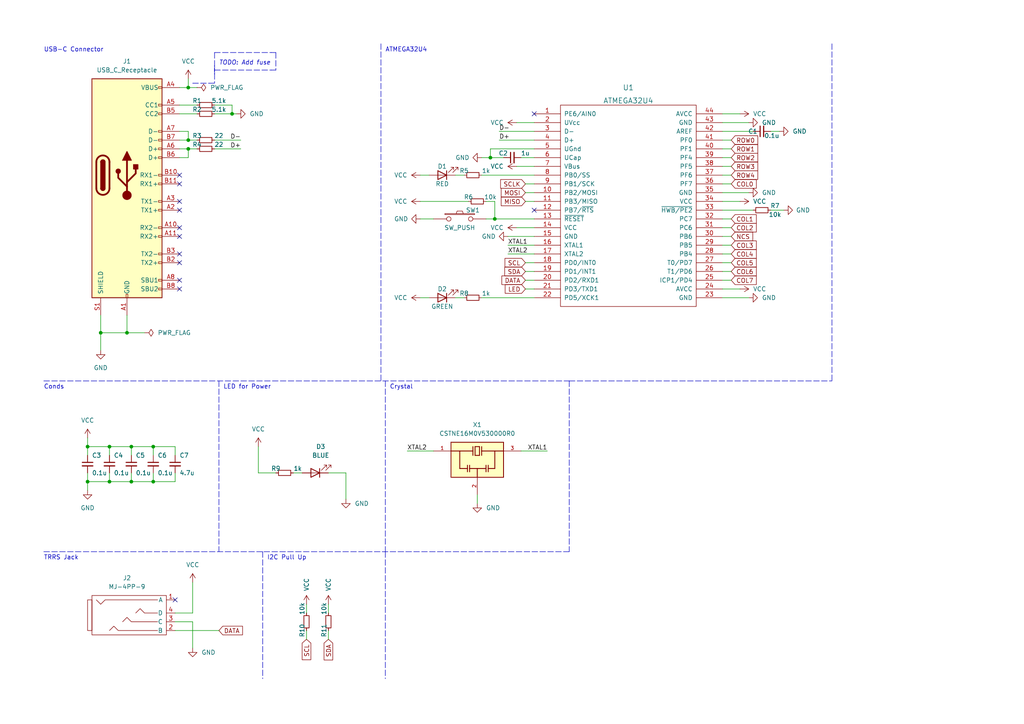
<source format=kicad_sch>
(kicad_sch (version 20211123) (generator eeschema)
  (paper "A4")
  (lib_symbols
    (symbol "Connector:USB_C_Receptacle" (pin_names (offset 1.016))
      (property "Reference" "J" (at -10.16 29.21 0))
      (property "Value" "USB_C_Receptacle" (at 10.16 29.21 0))
      (symbol "USB_C_Receptacle_0_0"
        (rectangle (start -0.254 -35.56) (end 0.254 -34.544))
        (rectangle (start 10.16 -32.766) (end 9.144 -33.274))
        (rectangle (start 10.16 -30.226) (end 9.144 -30.734))
        (rectangle (start 10.16 -25.146) (end 9.144 -25.654))
        (rectangle (start 10.16 -22.606) (end 9.144 -23.114))
        (rectangle (start 10.16 -17.526) (end 9.144 -18.034))
        (rectangle (start 10.16 -14.986) (end 9.144 -15.494))
        (rectangle (start 10.16 -9.906) (end 9.144 -10.414))
        (rectangle (start 10.16 -7.366) (end 9.144 -7.874))
        (rectangle (start 10.16 -2.286) (end 9.144 -2.794))
        (rectangle (start 10.16 0.254) (end 9.144 -0.254))
        (rectangle (start 10.16 5.334) (end 9.144 4.826))
        (rectangle (start 10.16 7.874) (end 9.144 7.366))
        (rectangle (start 10.16 10.414) (end 9.144 9.906))
        (rectangle (start 10.16 12.954) (end 9.144 12.446))
        (rectangle (start 10.16 18.034) (end 9.144 17.526))
        (rectangle (start 10.16 20.574) (end 9.144 20.066))
        (rectangle (start 10.16 25.654) (end 9.144 25.146))
      )
      (symbol "USB_C_Receptacle_0_1"
        (rectangle (start -10.16 27.94) (end 10.16 -35.56) (stroke (width 0.254)) (fill (type background)))
        (arc (start -8.89 -3.81) (mid -6.985 -5.715) (end -5.08 -3.81) (stroke (width 0.508)))
        (arc (start -7.62 -3.81) (mid -6.985 -4.445) (end -6.35 -3.81) (stroke (width 0.254)))
        (arc (start -7.62 -3.81) (mid -6.985 -4.445) (end -6.35 -3.81) (stroke (width 0.254)) (fill (type outline)))
        (rectangle (start -7.62 -3.81) (end -6.35 3.81) (stroke (width 0.254)) (fill (type outline)))
        (arc (start -6.35 3.81) (mid -6.985 4.445) (end -7.62 3.81) (stroke (width 0.254)))
        (arc (start -6.35 3.81) (mid -6.985 4.445) (end -7.62 3.81) (stroke (width 0.254)) (fill (type outline)))
        (arc (start -5.08 3.81) (mid -6.985 5.715) (end -8.89 3.81) (stroke (width 0.508)))
        (polyline (pts (xy -8.89 -3.81) (xy -8.89 3.81)) (stroke (width 0.508)))
        (polyline (pts (xy -5.08 3.81) (xy -5.08 -3.81)) (stroke (width 0.508)))
      )
      (symbol "USB_C_Receptacle_1_1"
        (circle (center -2.54 1.143) (radius 0.635) (stroke (width 0.254)) (fill (type outline)))
        (circle (center 0 -5.842) (radius 1.27) (fill (type outline)))
        (polyline (pts (xy 0 -5.842) (xy 0 4.318)) (stroke (width 0.508)))
        (polyline (pts (xy 0 -3.302) (xy -2.54 -0.762) (xy -2.54 0.508)) (stroke (width 0.508)))
        (polyline (pts (xy 0 -2.032) (xy 2.54 0.508) (xy 2.54 1.778)) (stroke (width 0.508)))
        (polyline (pts (xy -1.27 4.318) (xy 0 6.858) (xy 1.27 4.318) (xy -1.27 4.318)) (stroke (width 0.254)) (fill (type outline)))
        (rectangle (start 1.905 1.778) (end 3.175 3.048) (stroke (width 0.254)) (fill (type outline)))
        (pin passive line (at 0 -40.64 90) (length 5.08) (name "GND") (number "A1"))
        (pin bidirectional line (at 15.24 -15.24 180) (length 5.08) (name "RX2-") (number "A10"))
        (pin bidirectional line (at 15.24 -17.78 180) (length 5.08) (name "RX2+") (number "A11"))
        (pin passive line (at 0 -40.64 90) (length 5.08) hide (name "GND") (number "A12"))
        (pin bidirectional line (at 15.24 -10.16 180) (length 5.08) (name "TX1+") (number "A2"))
        (pin bidirectional line (at 15.24 -7.62 180) (length 5.08) (name "TX1-") (number "A3"))
        (pin passive line (at 15.24 25.4 180) (length 5.08) (name "VBUS") (number "A4"))
        (pin bidirectional line (at 15.24 20.32 180) (length 5.08) (name "CC1") (number "A5"))
        (pin bidirectional line (at 15.24 7.62 180) (length 5.08) (name "D+") (number "A6"))
        (pin bidirectional line (at 15.24 12.7 180) (length 5.08) (name "D-") (number "A7"))
        (pin bidirectional line (at 15.24 -30.48 180) (length 5.08) (name "SBU1") (number "A8"))
        (pin passive line (at 15.24 25.4 180) (length 5.08) hide (name "VBUS") (number "A9"))
        (pin passive line (at 0 -40.64 90) (length 5.08) hide (name "GND") (number "B1"))
        (pin bidirectional line (at 15.24 0 180) (length 5.08) (name "RX1-") (number "B10"))
        (pin bidirectional line (at 15.24 -2.54 180) (length 5.08) (name "RX1+") (number "B11"))
        (pin passive line (at 0 -40.64 90) (length 5.08) hide (name "GND") (number "B12"))
        (pin bidirectional line (at 15.24 -25.4 180) (length 5.08) (name "TX2+") (number "B2"))
        (pin bidirectional line (at 15.24 -22.86 180) (length 5.08) (name "TX2-") (number "B3"))
        (pin passive line (at 15.24 25.4 180) (length 5.08) hide (name "VBUS") (number "B4"))
        (pin bidirectional line (at 15.24 17.78 180) (length 5.08) (name "CC2") (number "B5"))
        (pin bidirectional line (at 15.24 5.08 180) (length 5.08) (name "D+") (number "B6"))
        (pin bidirectional line (at 15.24 10.16 180) (length 5.08) (name "D-") (number "B7"))
        (pin bidirectional line (at 15.24 -33.02 180) (length 5.08) (name "SBU2") (number "B8"))
        (pin passive line (at 15.24 25.4 180) (length 5.08) hide (name "VBUS") (number "B9"))
        (pin passive line (at -7.62 -40.64 90) (length 5.08) (name "SHIELD") (number "S1"))
      )
    )
    (symbol "Device:C_Small" (pin_numbers hide) (pin_names (offset 0.254) hide)
      (property "Reference" "C" (at 0.254 1.778 0))
      (property "Value" "C_Small" (at 0.254 -2.032 0))
      (symbol "C_Small_0_1"
        (polyline (pts (xy -1.524 -0.508) (xy 1.524 -0.508)) (stroke (width 0.3302)))
        (polyline (pts (xy -1.524 0.508) (xy 1.524 0.508)) (stroke (width 0.3048)))
      )
      (symbol "C_Small_1_1"
        (pin passive line (at 0 2.54 270) (length 2.032) (name "~") (number "1"))
        (pin passive line (at 0 -2.54 90) (length 2.032) (name "~") (number "2"))
      )
    )
    (symbol "Device:LED" (pin_numbers hide) (pin_names (offset 1.016) hide)
      (property "Reference" "D" (at 0 2.54 0))
      (property "Value" "LED" (at 0 -2.54 0))
      (symbol "LED_0_1"
        (polyline (pts (xy -1.27 -1.27) (xy -1.27 1.27)) (stroke (width 0.254)))
        (polyline (pts (xy -1.27 0) (xy 1.27 0)))
        (polyline (pts (xy 1.27 -1.27) (xy 1.27 1.27) (xy -1.27 0) (xy 1.27 -1.27)) (stroke (width 0.254)))
        (polyline (pts (xy -3.048 -0.762) (xy -4.572 -2.286) (xy -3.81 -2.286) (xy -4.572 -2.286) (xy -4.572 -1.524)))
        (polyline (pts (xy -1.778 -0.762) (xy -3.302 -2.286) (xy -2.54 -2.286) (xy -3.302 -2.286) (xy -3.302 -1.524)))
      )
      (symbol "LED_1_1"
        (pin passive line (at -3.81 0 0) (length 2.54) (name "K") (number "1"))
        (pin passive line (at 3.81 0 180) (length 2.54) (name "A") (number "2"))
      )
    )
    (symbol "Device:R_Small" (pin_numbers hide) (pin_names (offset 0.254) hide)
      (property "Reference" "R" (at 0.762 0.508 0))
      (property "Value" "R_Small" (at 0.762 -1.016 0))
      (symbol "R_Small_0_1"
        (rectangle (start -0.762 1.778) (end 0.762 -1.778) (stroke (width 0.2032)))
      )
      (symbol "R_Small_1_1"
        (pin passive line (at 0 2.54 270) (length 0.762) (name "~") (number "1"))
        (pin passive line (at 0 -2.54 90) (length 0.762) (name "~") (number "2"))
      )
    )
    (symbol "HatsuLight69:CSTNE16M0V530000R0" (pin_names (offset 1.016))
      (property "Reference" "Y" (at -7.62 6.35 0))
      (property "Value" "CSTNE16M0V530000R0" (at 1.27 -6.35 0))
      (symbol "CSTNE16M0V530000R0_0_0"
        (rectangle (start -7.62 -5.08) (end 7.62 5.08) (stroke (width 0.254)) (fill (type background)))
        (polyline (pts (xy -7.62 2.54) (xy -5.08 2.54)) (stroke (width 0.254)))
        (polyline (pts (xy -5.08 -2.54) (xy -5.08 2.54)) (stroke (width 0.254)))
        (polyline (pts (xy -5.08 2.54) (xy -1.27 2.54)) (stroke (width 0.254)))
        (polyline (pts (xy -2.8575 -2.54) (xy -5.08 -2.54)) (stroke (width 0.254)))
        (polyline (pts (xy -2.8575 -2.54) (xy -2.8575 -3.4925)) (stroke (width 0.254)))
        (polyline (pts (xy -2.8575 -1.5875) (xy -2.8575 -2.54)) (stroke (width 0.254)))
        (polyline (pts (xy -2.2225 -2.54) (xy -2.2225 -3.4925)) (stroke (width 0.254)))
        (polyline (pts (xy -2.2225 -1.5875) (xy -2.2225 -2.54)) (stroke (width 0.254)))
        (polyline (pts (xy -1.27 2.54) (xy -1.27 1.27)) (stroke (width 0.254)))
        (polyline (pts (xy -1.27 3.81) (xy -1.27 2.54)) (stroke (width 0.254)))
        (polyline (pts (xy -0.635 1.27) (xy -0.635 3.81)) (stroke (width 0.254)))
        (polyline (pts (xy -0.635 3.81) (xy 0.635 3.81)) (stroke (width 0.254)))
        (polyline (pts (xy 0 -5.08) (xy 0 -2.54)) (stroke (width 0.254)))
        (polyline (pts (xy 0 -2.54) (xy -2.2225 -2.54)) (stroke (width 0.254)))
        (polyline (pts (xy 0 -2.54) (xy 2.54 -2.54)) (stroke (width 0.254)))
        (polyline (pts (xy 0.635 1.27) (xy -0.635 1.27)) (stroke (width 0.254)))
        (polyline (pts (xy 0.635 3.81) (xy 0.635 1.27)) (stroke (width 0.254)))
        (polyline (pts (xy 1.27 2.54) (xy 1.27 1.27)) (stroke (width 0.254)))
        (polyline (pts (xy 1.27 2.54) (xy 5.08 2.54)) (stroke (width 0.254)))
        (polyline (pts (xy 1.27 3.81) (xy 1.27 2.54)) (stroke (width 0.254)))
        (polyline (pts (xy 2.54 -2.54) (xy 2.54 -3.4925)) (stroke (width 0.254)))
        (polyline (pts (xy 2.54 -1.5875) (xy 2.54 -2.54)) (stroke (width 0.254)))
        (polyline (pts (xy 3.175 -2.54) (xy 3.175 -3.4925)) (stroke (width 0.254)))
        (polyline (pts (xy 3.175 -2.54) (xy 5.08 -2.54)) (stroke (width 0.254)))
        (polyline (pts (xy 3.175 -1.5875) (xy 3.175 -2.54)) (stroke (width 0.254)))
        (polyline (pts (xy 5.08 -2.54) (xy 5.08 2.54)) (stroke (width 0.254)))
        (polyline (pts (xy 5.08 2.54) (xy 7.62 2.54)) (stroke (width 0.254)))
        (pin input line (at -12.7 2.54 0) (length 5.08) (name "~") (number "1"))
        (pin power_in line (at 0 -10.16 90) (length 5.08) (name "~") (number "2"))
        (pin output line (at 12.7 2.54 180) (length 5.08) (name "~") (number "3"))
      )
    )
    (symbol "HatsuLight69:MJ-4PP-9" (pin_names (offset 1.016))
      (property "Reference" "J" (at 0 7.62 0))
      (property "Value" "MJ-4PP-9" (at 0 -8.89 0))
      (symbol "MJ-4PP-9_0_1"
        (rectangle (start -10.16 3.81) (end -11.43 -5.08))
        (polyline (pts (xy 8.89 -5.08) (xy -2.54 -5.08) (xy -3.81 -3.81) (xy -5.08 -5.08)))
        (polyline (pts (xy 8.89 -2.54) (xy 1.27 -2.54) (xy 0 -1.27) (xy -1.27 -2.54)))
        (polyline (pts (xy 8.89 0) (xy 5.08 0) (xy 3.81 1.27) (xy 2.54 0)))
        (polyline (pts (xy 8.89 3.81) (xy -6.35 3.81) (xy -7.62 2.54) (xy -8.89 3.81)))
        (rectangle (start 11.43 5.08) (end -10.16 -6.35))
      )
      (symbol "MJ-4PP-9_1_1"
        (pin input line (at 13.97 3.81 180) (length 2.54) (name "A") (number "1"))
        (pin input line (at 13.97 -5.08 180) (length 2.54) (name "B") (number "2"))
        (pin input line (at 13.97 -2.54 180) (length 2.54) (name "C") (number "3"))
        (pin input line (at 13.97 0 180) (length 2.54) (name "D") (number "4"))
      )
    )
    (symbol "keyboard_parts:ATMEGA32U4" (pin_names (offset 1.016))
      (property "Reference" "U" (at 0 -31.75 0))
      (property "Value" "ATMEGA32U4" (at 0 31.75 0))
      (symbol "ATMEGA32U4_0_1"
        (rectangle (start 20.32 29.21) (end -19.05 -29.21))
      )
      (symbol "ATMEGA32U4_1_1"
        (pin bidirectional line (at -26.67 26.67 0) (length 7.62) (name "PE6/AIN0") (number "1"))
        (pin bidirectional line (at -26.67 3.81 0) (length 7.62) (name "PB2/MOSI") (number "10"))
        (pin bidirectional line (at -26.67 1.27 0) (length 7.62) (name "PB3/MISO") (number "11"))
        (pin bidirectional line (at -26.67 -1.27 0) (length 7.62) (name "PB7/~{RTS}") (number "12"))
        (pin input line (at -26.67 -3.81 0) (length 7.62) (name "~{RESET}") (number "13"))
        (pin power_in line (at -26.67 -6.35 0) (length 7.62) (name "VCC") (number "14"))
        (pin power_in line (at -26.67 -8.89 0) (length 7.62) (name "GND") (number "15"))
        (pin input line (at -26.67 -11.43 0) (length 7.62) (name "XTAL1") (number "16"))
        (pin output line (at -26.67 -13.97 0) (length 7.62) (name "XTAL2") (number "17"))
        (pin bidirectional line (at -26.67 -16.51 0) (length 7.62) (name "PD0/INT0") (number "18"))
        (pin bidirectional line (at -26.67 -19.05 0) (length 7.62) (name "PD1/INT1") (number "19"))
        (pin power_in line (at -26.67 24.13 0) (length 7.62) (name "UVcc") (number "2"))
        (pin bidirectional line (at -26.67 -21.59 0) (length 7.62) (name "PD2/RXD1") (number "20"))
        (pin bidirectional line (at -26.67 -24.13 0) (length 7.62) (name "PD3/TXD1") (number "21"))
        (pin bidirectional line (at -26.67 -26.67 0) (length 7.62) (name "PD5/XCK1") (number "22"))
        (pin power_in line (at 27.94 -26.67 180) (length 7.62) (name "GND") (number "23"))
        (pin power_in line (at 27.94 -24.13 180) (length 7.62) (name "AVCC") (number "24"))
        (pin bidirectional line (at 27.94 -21.59 180) (length 7.62) (name "ICP1/PD4") (number "25"))
        (pin bidirectional line (at 27.94 -19.05 180) (length 7.62) (name "T1/PD6") (number "26"))
        (pin bidirectional line (at 27.94 -16.51 180) (length 7.62) (name "T0/PD7") (number "27"))
        (pin bidirectional line (at 27.94 -13.97 180) (length 7.62) (name "PB4") (number "28"))
        (pin bidirectional line (at 27.94 -11.43 180) (length 7.62) (name "PB5") (number "29"))
        (pin bidirectional line (at -26.67 21.59 0) (length 7.62) (name "D-") (number "3"))
        (pin bidirectional line (at 27.94 -8.89 180) (length 7.62) (name "PB6") (number "30"))
        (pin bidirectional line (at 27.94 -6.35 180) (length 7.62) (name "PC6") (number "31"))
        (pin bidirectional line (at 27.94 -3.81 180) (length 7.62) (name "PC7") (number "32"))
        (pin bidirectional line (at 27.94 -1.27 180) (length 7.62) (name "~{HWB/PE2}") (number "33"))
        (pin power_in line (at 27.94 1.27 180) (length 7.62) (name "VCC") (number "34"))
        (pin power_in line (at 27.94 3.81 180) (length 7.62) (name "GND") (number "35"))
        (pin bidirectional line (at 27.94 6.35 180) (length 7.62) (name "PF7") (number "36"))
        (pin bidirectional line (at 27.94 8.89 180) (length 7.62) (name "PF6") (number "37"))
        (pin bidirectional line (at 27.94 11.43 180) (length 7.62) (name "PF5") (number "38"))
        (pin bidirectional line (at 27.94 13.97 180) (length 7.62) (name "PF4") (number "39"))
        (pin bidirectional line (at -26.67 19.05 0) (length 7.62) (name "D+") (number "4"))
        (pin bidirectional line (at 27.94 16.51 180) (length 7.62) (name "PF1") (number "40"))
        (pin bidirectional line (at 27.94 19.05 180) (length 7.62) (name "PF0") (number "41"))
        (pin input line (at 27.94 21.59 180) (length 7.62) (name "AREF") (number "42"))
        (pin power_in line (at 27.94 24.13 180) (length 7.62) (name "GND") (number "43"))
        (pin power_in line (at 27.94 26.67 180) (length 7.62) (name "AVCC") (number "44"))
        (pin power_in line (at -26.67 16.51 0) (length 7.62) (name "UGnd") (number "5"))
        (pin input line (at -26.67 13.97 0) (length 7.62) (name "UCap") (number "6"))
        (pin input line (at -26.67 11.43 0) (length 7.62) (name "VBus") (number "7"))
        (pin bidirectional line (at -26.67 8.89 0) (length 7.62) (name "PB0/SS") (number "8"))
        (pin bidirectional line (at -26.67 6.35 0) (length 7.62) (name "PB1/SCK") (number "9"))
      )
    )
    (symbol "keyboard_parts:SW_PUSH" (pin_numbers hide) (pin_names (offset 1.016) hide)
      (property "Reference" "SW" (at 3.81 2.794 0))
      (property "Value" "SW_PUSH" (at 0 -2.032 0))
      (symbol "SW_PUSH_0_1"
        (rectangle (start -4.318 1.27) (end 4.318 1.524))
        (polyline (pts (xy -1.016 1.524) (xy -0.762 2.286) (xy 0.762 2.286) (xy 1.016 1.524)))
        (pin passive inverted (at -7.62 0 0) (length 5.08) (name "1") (number "1"))
        (pin passive inverted (at 7.62 0 180) (length 5.08) (name "2") (number "2"))
      )
    )
    (symbol "power:GND" (power) (pin_names (offset 0))
      (property "Value" "GND" (at 0 -3.81 0))
      (symbol "GND_0_1"
        (polyline (pts (xy 0 0) (xy 0 -1.27) (xy 1.27 -1.27) (xy 0 -2.54) (xy -1.27 -1.27) (xy 0 -1.27)))
      )
      (symbol "GND_1_1"
        (pin power_in line (at 0 0 270) (length 0) hide (name "GND") (number "1"))
      )
    )
    (symbol "power:PWR_FLAG" (power) (pin_numbers hide) (pin_names (offset 0) hide)
      (property "Value" "PWR_FLAG" (at 0 3.81 0))
      (symbol "PWR_FLAG_0_0"
        (pin power_out line (at 0 0 90) (length 0) (name "pwr") (number "1"))
      )
      (symbol "PWR_FLAG_0_1"
        (polyline (pts (xy 0 0) (xy 0 1.27) (xy -1.016 1.905) (xy 0 2.54) (xy 1.016 1.905) (xy 0 1.27)))
      )
    )
    (symbol "power:VCC" (power) (pin_names (offset 0))
      (property "Value" "VCC" (at 0 3.81 0))
      (symbol "VCC_0_1"
        (polyline (pts (xy -0.762 1.27) (xy 0 2.54)))
        (polyline (pts (xy 0 0) (xy 0 2.54)))
        (polyline (pts (xy 0 2.54) (xy 0.762 1.27)))
      )
      (symbol "VCC_1_1"
        (pin power_in line (at 0 0 90) (length 0) hide (name "VCC") (number "1"))
      )
    )
  )
  (junction (at 67.31 33.02))
  (junction (at 31.75 139.7))
  (junction (at 38.1 129.54))
  (junction (at 142.24 45.72))
  (junction (at 54.61 40.64))
  (junction (at 25.4 139.7))
  (junction (at 29.21 96.52))
  (junction (at 143.51 63.5))
  (junction (at 36.83 96.52))
  (junction (at 44.45 139.7))
  (junction (at 25.4 129.54))
  (junction (at 54.61 43.18))
  (junction (at 44.45 129.54))
  (junction (at 38.1 139.7))
  (junction (at 31.75 129.54))
  (junction (at 54.61 25.4))
  (no_connect (at 52.07 81.28))
  (no_connect (at 52.07 83.82))
  (no_connect (at 52.07 76.2))
  (no_connect (at 52.07 73.66))
  (no_connect (at 52.07 58.42))
  (no_connect (at 52.07 60.96))
  (no_connect (at 52.07 53.34))
  (no_connect (at 52.07 68.58))
  (no_connect (at 52.07 50.8))
  (no_connect (at 52.07 66.04))
  (no_connect (at 50.8 173.99))
  (no_connect (at 154.94 60.96))
  (no_connect (at 154.94 33.02))
  (wire (pts (xy 142.24 43.18) (xy 142.24 45.72)))
  (wire (pts (xy 62.23 43.18) (xy 69.85 43.18)))
  (wire (pts (xy 31.75 137.16) (xy 31.75 139.7)))
  (wire (pts (xy 209.55 53.34) (xy 212.09 53.34)))
  (wire (pts (xy 25.4 139.7) (xy 25.4 142.24)))
  (wire (pts (xy 209.55 71.12) (xy 212.09 71.12)))
  (wire (pts (xy 147.32 71.12) (xy 154.94 71.12)))
  (polyline (pts (xy 111.76 160.02) (xy 111.76 196.85)))
  (wire (pts (xy 95.25 137.16) (xy 100.33 137.16)))
  (wire (pts (xy 209.55 81.28) (xy 212.09 81.28)))
  (polyline (pts (xy 12.7 110.49) (xy 165.1 110.49)))
  (wire (pts (xy 132.08 86.36) (xy 134.62 86.36)))
  (wire (pts (xy 52.07 38.1) (xy 54.61 38.1)))
  (wire (pts (xy 31.75 132.08) (xy 31.75 129.54)))
  (wire (pts (xy 139.7 45.72) (xy 142.24 45.72)))
  (wire (pts (xy 50.8 139.7) (xy 44.45 139.7)))
  (wire (pts (xy 209.55 58.42) (xy 214.63 58.42)))
  (wire (pts (xy 85.09 137.16) (xy 87.63 137.16)))
  (wire (pts (xy 209.55 66.04) (xy 212.09 66.04)))
  (wire (pts (xy 144.78 38.1) (xy 154.94 38.1)))
  (polyline (pts (xy 62.23 15.24) (xy 62.23 21.59)))
  (wire (pts (xy 31.75 129.54) (xy 25.4 129.54)))
  (wire (pts (xy 209.55 40.64) (xy 212.09 40.64)))
  (wire (pts (xy 209.55 45.72) (xy 212.09 45.72)))
  (wire (pts (xy 143.51 58.42) (xy 143.51 63.5)))
  (wire (pts (xy 209.55 43.18) (xy 212.09 43.18)))
  (wire (pts (xy 50.8 129.54) (xy 44.45 129.54)))
  (wire (pts (xy 138.43 143.51) (xy 138.43 146.05)))
  (wire (pts (xy 209.55 76.2) (xy 212.09 76.2)))
  (wire (pts (xy 54.61 40.64) (xy 57.15 40.64)))
  (wire (pts (xy 44.45 129.54) (xy 44.45 132.08)))
  (wire (pts (xy 95.25 182.88) (xy 95.25 185.42)))
  (wire (pts (xy 152.4 76.2) (xy 154.94 76.2)))
  (polyline (pts (xy 241.3 12.7) (xy 241.3 110.49)))
  (wire (pts (xy 44.45 129.54) (xy 38.1 129.54)))
  (polyline (pts (xy 78.74 15.24) (xy 80.01 15.24)))
  (wire (pts (xy 54.61 45.72) (xy 54.61 43.18)))
  (wire (pts (xy 36.83 91.44) (xy 36.83 96.52)))
  (wire (pts (xy 95.25 175.26) (xy 95.25 177.8)))
  (wire (pts (xy 29.21 91.44) (xy 29.21 96.52)))
  (wire (pts (xy 121.92 58.42) (xy 135.89 58.42)))
  (wire (pts (xy 209.55 33.02) (xy 214.63 33.02)))
  (wire (pts (xy 38.1 129.54) (xy 31.75 129.54)))
  (wire (pts (xy 132.08 50.8) (xy 134.62 50.8)))
  (wire (pts (xy 67.31 33.02) (xy 68.58 33.02)))
  (wire (pts (xy 151.13 45.72) (xy 154.94 45.72)))
  (wire (pts (xy 74.93 137.16) (xy 80.01 137.16)))
  (wire (pts (xy 55.88 177.8) (xy 55.88 168.91)))
  (wire (pts (xy 50.8 177.8) (xy 55.88 177.8)))
  (polyline (pts (xy 76.2 160.02) (xy 76.2 196.85)))
  (wire (pts (xy 44.45 139.7) (xy 38.1 139.7)))
  (wire (pts (xy 140.97 63.5) (xy 143.51 63.5)))
  (wire (pts (xy 154.94 43.18) (xy 142.24 43.18)))
  (wire (pts (xy 52.07 33.02) (xy 57.15 33.02)))
  (wire (pts (xy 144.78 40.64) (xy 154.94 40.64)))
  (wire (pts (xy 100.33 137.16) (xy 100.33 144.78)))
  (wire (pts (xy 50.8 132.08) (xy 50.8 129.54)))
  (polyline (pts (xy 111.76 110.49) (xy 111.76 160.02)))
  (wire (pts (xy 54.61 22.86) (xy 54.61 25.4)))
  (wire (pts (xy 52.07 30.48) (xy 57.15 30.48)))
  (wire (pts (xy 149.86 48.26) (xy 154.94 48.26)))
  (polyline (pts (xy 110.49 12.7) (xy 110.49 110.49)))
  (wire (pts (xy 223.52 38.1) (xy 226.06 38.1)))
  (polyline (pts (xy 12.7 160.02) (xy 76.2 160.02)))
  (wire (pts (xy 25.4 129.54) (xy 25.4 132.08)))
  (wire (pts (xy 62.23 33.02) (xy 67.31 33.02)))
  (wire (pts (xy 139.7 86.36) (xy 154.94 86.36)))
  (wire (pts (xy 50.8 180.34) (xy 55.88 180.34)))
  (wire (pts (xy 55.88 180.34) (xy 55.88 187.96)))
  (wire (pts (xy 149.86 66.04) (xy 154.94 66.04)))
  (wire (pts (xy 50.8 137.16) (xy 50.8 139.7)))
  (wire (pts (xy 44.45 137.16) (xy 44.45 139.7)))
  (wire (pts (xy 31.75 139.7) (xy 25.4 139.7)))
  (wire (pts (xy 50.8 182.88) (xy 63.5 182.88)))
  (wire (pts (xy 152.4 58.42) (xy 154.94 58.42)))
  (polyline (pts (xy 63.5 110.49) (xy 63.5 160.02)))
  (wire (pts (xy 152.4 81.28) (xy 154.94 81.28)))
  (wire (pts (xy 209.55 73.66) (xy 212.09 73.66)))
  (wire (pts (xy 147.32 68.58) (xy 154.94 68.58)))
  (wire (pts (xy 118.11 130.81) (xy 125.73 130.81)))
  (wire (pts (xy 36.83 96.52) (xy 41.91 96.52)))
  (wire (pts (xy 52.07 45.72) (xy 54.61 45.72)))
  (wire (pts (xy 143.51 63.5) (xy 154.94 63.5)))
  (polyline (pts (xy 62.23 19.05) (xy 62.23 24.13)))
  (wire (pts (xy 209.55 35.56) (xy 217.17 35.56)))
  (wire (pts (xy 209.55 86.36) (xy 217.17 86.36)))
  (wire (pts (xy 88.9 175.26) (xy 88.9 177.8)))
  (wire (pts (xy 25.4 127) (xy 25.4 129.54)))
  (wire (pts (xy 52.07 43.18) (xy 54.61 43.18)))
  (polyline (pts (xy 55.88 24.13) (xy 62.23 24.13)))
  (wire (pts (xy 67.31 30.48) (xy 67.31 33.02)))
  (wire (pts (xy 121.92 50.8) (xy 124.46 50.8)))
  (wire (pts (xy 121.92 86.36) (xy 124.46 86.36)))
  (wire (pts (xy 121.92 63.5) (xy 125.73 63.5)))
  (wire (pts (xy 54.61 43.18) (xy 57.15 43.18)))
  (wire (pts (xy 38.1 129.54) (xy 38.1 132.08)))
  (polyline (pts (xy 165.1 110.49) (xy 241.3 110.49)))
  (wire (pts (xy 209.55 83.82) (xy 214.63 83.82)))
  (wire (pts (xy 57.15 25.4) (xy 54.61 25.4)))
  (wire (pts (xy 209.55 60.96) (xy 218.44 60.96)))
  (wire (pts (xy 52.07 25.4) (xy 54.61 25.4)))
  (wire (pts (xy 151.13 130.81) (xy 158.75 130.81)))
  (wire (pts (xy 209.55 50.8) (xy 212.09 50.8)))
  (wire (pts (xy 25.4 137.16) (xy 25.4 139.7)))
  (wire (pts (xy 209.55 38.1) (xy 218.44 38.1)))
  (wire (pts (xy 209.55 63.5) (xy 212.09 63.5)))
  (wire (pts (xy 149.86 35.56) (xy 154.94 35.56)))
  (wire (pts (xy 52.07 40.64) (xy 54.61 40.64)))
  (polyline (pts (xy 165.1 160.02) (xy 76.2 160.02)))
  (wire (pts (xy 152.4 78.74) (xy 154.94 78.74)))
  (wire (pts (xy 38.1 137.16) (xy 38.1 139.7)))
  (wire (pts (xy 209.55 48.26) (xy 212.09 48.26)))
  (wire (pts (xy 29.21 96.52) (xy 29.21 101.6)))
  (wire (pts (xy 62.23 40.64) (xy 69.85 40.64)))
  (polyline (pts (xy 62.23 15.24) (xy 78.74 15.24)))
  (wire (pts (xy 223.52 60.96) (xy 227.33 60.96)))
  (wire (pts (xy 74.93 129.54) (xy 74.93 137.16)))
  (wire (pts (xy 147.32 73.66) (xy 154.94 73.66)))
  (wire (pts (xy 209.55 78.74) (xy 212.09 78.74)))
  (polyline (pts (xy 80.01 20.32) (xy 78.74 20.32)))
  (wire (pts (xy 152.4 83.82) (xy 154.94 83.82)))
  (wire (pts (xy 209.55 68.58) (xy 212.09 68.58)))
  (polyline (pts (xy 80.01 15.24) (xy 80.01 20.32)))
  (wire (pts (xy 139.7 50.8) (xy 154.94 50.8)))
  (wire (pts (xy 152.4 53.34) (xy 154.94 53.34)))
  (wire (pts (xy 140.97 58.42) (xy 143.51 58.42)))
  (polyline (pts (xy 165.1 110.49) (xy 165.1 160.02)))
  (wire (pts (xy 209.55 55.88) (xy 217.17 55.88)))
  (polyline (pts (xy 62.23 20.32) (xy 78.74 20.32)))
  (wire (pts (xy 29.21 96.52) (xy 36.83 96.52)))
  (wire (pts (xy 142.24 45.72) (xy 146.05 45.72)))
  (wire (pts (xy 62.23 30.48) (xy 67.31 30.48)))
  (wire (pts (xy 88.9 182.88) (xy 88.9 185.42)))
  (wire (pts (xy 38.1 139.7) (xy 31.75 139.7)))
  (wire (pts (xy 152.4 55.88) (xy 154.94 55.88)))
  (wire (pts (xy 54.61 38.1) (xy 54.61 40.64)))
  (text "Conds" (at 12.7 113.03 0) (effects (font (size 1.27 1.27)) (justify left bottom)))
  (text "ATMEGA32U4" (at 111.76 15.24 0) (effects (font (size 1.27 1.27)) (justify left bottom)))
  (text "TRRS Jack" (at 12.7 162.56 0) (effects (font (size 1.27 1.27)) (justify left bottom)))
  (text "Crystal" (at 113.03 113.03 0) (effects (font (size 1.27 1.27)) (justify left bottom)))
  (text "TODO: Add fuse" (at 63.5 19.05 0) (effects (font (size 1.27 1.27) italic) (justify left bottom)))
  (text "USB-C Connector" (at 12.7 15.24 0) (effects (font (size 1.27 1.27)) (justify left bottom)))
  (text "I2C Pull Up" (at 77.47 162.56 0) (effects (font (size 1.27 1.27)) (justify left bottom)))
  (text "LED for Power" (at 64.77 113.03 0) (effects (font (size 1.27 1.27)) (justify left bottom)))
  (label "XTAL1" (at 158.75 130.81 180))
  (label "XTAL1" (at 147.32 71.12 0))
  (label "D-" (at 69.85 40.64 180))
  (label "D-" (at 144.78 38.1 0))
  (label "XTAL2" (at 147.32 73.66 0))
  (label "XTAL2" (at 118.11 130.81 0))
  (label "D+" (at 144.78 40.64 0))
  (label "D+" (at 69.85 43.18 180))
  (global_label "ROW2" (shape input) (at 212.09 45.72 0) (property "Intersheet References" "${INTERSHEET_REFS}" (effects hide)))
  (global_label "COL0" (shape input) (at 212.09 53.34 0) (property "Intersheet References" "${INTERSHEET_REFS}" (effects hide)))
  (global_label "DATA" (shape input) (at 63.5 182.88 0) (property "Intersheet References" "${INTERSHEET_REFS}" (effects hide)))
  (global_label "SCLK" (shape input) (at 152.4 53.34 180) (property "Intersheet References" "${INTERSHEET_REFS}" (effects hide)))
  (global_label "ROW1" (shape input) (at 212.09 43.18 0) (property "Intersheet References" "${INTERSHEET_REFS}" (effects hide)))
  (global_label "MISO" (shape input) (at 152.4 58.42 180) (property "Intersheet References" "${INTERSHEET_REFS}" (effects hide)))
  (global_label "SCL" (shape input) (at 152.4 76.2 180) (property "Intersheet References" "${INTERSHEET_REFS}" (effects hide)))
  (global_label "SDA" (shape input) (at 152.4 78.74 180) (property "Intersheet References" "${INTERSHEET_REFS}" (effects hide)))
  (global_label "ROW4" (shape input) (at 212.09 50.8 0) (property "Intersheet References" "${INTERSHEET_REFS}" (effects hide)))
  (global_label "COL2" (shape input) (at 212.09 66.04 0) (property "Intersheet References" "${INTERSHEET_REFS}" (effects hide)))
  (global_label "ROW0" (shape input) (at 212.09 40.64 0) (property "Intersheet References" "${INTERSHEET_REFS}" (effects hide)))
  (global_label "COL1" (shape input) (at 212.09 63.5 0) (property "Intersheet References" "${INTERSHEET_REFS}" (effects hide)))
  (global_label "ROW3" (shape input) (at 212.09 48.26 0) (property "Intersheet References" "${INTERSHEET_REFS}" (effects hide)))
  (global_label "COL6" (shape input) (at 212.09 78.74 0) (property "Intersheet References" "${INTERSHEET_REFS}" (effects hide)))
  (global_label "COL5" (shape input) (at 212.09 76.2 0) (property "Intersheet References" "${INTERSHEET_REFS}" (effects hide)))
  (global_label "LED" (shape input) (at 152.4 83.82 180) (property "Intersheet References" "${INTERSHEET_REFS}" (effects hide)))
  (global_label "DATA" (shape input) (at 152.4 81.28 180) (property "Intersheet References" "${INTERSHEET_REFS}" (effects hide)))
  (global_label "COL3" (shape input) (at 212.09 71.12 0) (property "Intersheet References" "${INTERSHEET_REFS}" (effects hide)))
  (global_label "NCS" (shape input) (at 212.09 68.58 0) (property "Intersheet References" "${INTERSHEET_REFS}" (effects hide)))
  (global_label "COL4" (shape input) (at 212.09 73.66 0) (property "Intersheet References" "${INTERSHEET_REFS}" (effects hide)))
  (global_label "MOSI" (shape input) (at 152.4 55.88 180) (property "Intersheet References" "${INTERSHEET_REFS}" (effects hide)))
  (global_label "COL7" (shape input) (at 212.09 81.28 0) (property "Intersheet References" "${INTERSHEET_REFS}" (effects hide)))
  (global_label "SCL" (shape input) (at 88.9 185.42 270) (property "Intersheet References" "${INTERSHEET_REFS}" (effects hide)))
  (global_label "SDA" (shape input) (at 95.25 185.42 270) (property "Intersheet References" "${INTERSHEET_REFS}" (effects hide)))
  (symbol (lib_id "Device:C_Small") (at 25.4 134.62 0) (unit 1)
    (property "Reference" "C3" (at 26.67 132.08 0) (effects (justify left)))
    (property "Value" "0.1u" (at 26.67 137.16 0) (effects (justify left)))
    (property "Footprint" "Capacitor_SMD:C_0402_1005Metric" (effects hide))
  )
  (symbol (lib_id "power:VCC") (at 214.63 83.82 270) (unit 1)
    (property "Reference" "#PWR017" (effects hide))
    (property "Value" "VCC" (at 222.25 83.82 90) (effects (justify right)))
  )
  (symbol (lib_id "power:GND") (at 139.7 45.72 270) (unit 1)
    (property "Reference" "#PWR07" (effects hide))
    (property "Value" "GND" (at 132.08 45.72 90) (effects (justify left)))
  )
  (symbol (lib_id "power:GND") (at 147.32 68.58 270) (unit 1)
    (property "Reference" "#PWR016" (effects hide))
    (property "Value" "GND" (at 139.7 68.58 90) (effects (justify left)))
  )
  (symbol (lib_id "power:GND") (at 226.06 38.1 90) (unit 1)
    (property "Reference" "#PWR06" (effects hide))
    (property "Value" "GND" (at 229.87 38.0999 90) (effects (justify right)))
  )
  (symbol (lib_id "power:GND") (at 55.88 187.96 0) (unit 1)
    (property "Reference" "#PWR029" (effects hide))
    (property "Value" "GND" (at 58.42 189.2299 0) (effects (justify left)))
  )
  (symbol (lib_id "power:VCC") (at 121.92 58.42 90) (unit 1)
    (property "Reference" "#PWR011" (effects hide))
    (property "Value" "VCC" (at 114.3 58.42 90) (effects (justify right)))
  )
  (symbol (lib_id "power:VCC") (at 214.63 58.42 270) (unit 1)
    (property "Reference" "#PWR012" (effects hide))
    (property "Value" "VCC" (at 222.25 58.42 90) (effects (justify right)))
  )
  (symbol (lib_id "Device:R_Small") (at 138.43 58.42 90) (unit 1)
    (property "Reference" "R6" (at 135.89 57.15 90))
    (property "Value" "10k" (at 142.24 57.15 90))
    (property "Footprint" "Resistor_SMD:R_0402_1005Metric" (effects hide))
  )
  (symbol (lib_id "power:GND") (at 227.33 60.96 90) (unit 1)
    (property "Reference" "#PWR013" (effects hide))
    (property "Value" "GND" (at 234.95 60.96 90) (effects (justify left)))
  )
  (symbol (lib_id "power:GND") (at 217.17 35.56 90) (unit 1)
    (property "Reference" "#PWR05" (effects hide))
    (property "Value" "GND" (at 220.98 35.5599 90) (effects (justify right)))
  )
  (symbol (lib_id "power:VCC") (at 74.93 129.54 0) (unit 1)
    (property "Reference" "#PWR022" (effects hide))
    (property "Value" "VCC" (at 74.93 124.46 0))
  )
  (symbol (lib_id "power:VCC") (at 88.9 175.26 0) (unit 1)
    (property "Reference" "#PWR027" (effects hide))
    (property "Value" "VCC" (at 88.9 167.64 90) (effects (justify right)))
  )
  (symbol (lib_id "power:GND") (at 138.43 146.05 0) (unit 1)
    (property "Reference" "#PWR025" (effects hide))
    (property "Value" "GND" (at 140.97 147.3199 0) (effects (justify left)))
  )
  (symbol (lib_id "power:VCC") (at 95.25 175.26 0) (unit 1)
    (property "Reference" "#PWR028" (effects hide))
    (property "Value" "VCC" (at 95.25 167.64 90) (effects (justify right)))
  )
  (symbol (lib_id "power:VCC") (at 149.86 66.04 90) (unit 1)
    (property "Reference" "#PWR015" (effects hide))
    (property "Value" "VCC" (at 142.24 66.04 90) (effects (justify right)))
  )
  (symbol (lib_id "power:VCC") (at 55.88 168.91 0) (unit 1)
    (property "Reference" "#PWR026" (effects hide))
    (property "Value" "VCC" (at 55.88 163.83 0))
  )
  (symbol (lib_id "Device:C_Small") (at 50.8 134.62 0) (unit 1)
    (property "Reference" "C7" (at 52.07 132.08 0) (effects (justify left)))
    (property "Value" "4.7u" (at 52.07 137.16 0) (effects (justify left)))
    (property "Footprint" "Capacitor_SMD:C_0402_1005Metric" (effects hide))
  )
  (symbol (lib_id "Device:C_Small") (at 220.98 38.1 90) (unit 1)
    (property "Reference" "C1" (at 219.71 38.1 90) (effects (justify left)))
    (property "Value" "0.1u" (at 226.06 39.37 90) (effects (justify left)))
    (property "Footprint" "Capacitor_SMD:C_0402_1005Metric" (effects hide))
  )
  (symbol (lib_id "power:VCC") (at 121.92 50.8 90) (unit 1)
    (property "Reference" "#PWR09" (effects hide))
    (property "Value" "VCC" (at 114.3 50.8 90) (effects (justify right)))
  )
  (symbol (lib_id "HatsuLight69:CSTNE16M0V530000R0") (at 138.43 133.35 0) (unit 1)
    (property "Reference" "X1" (at 138.43 123.19 0))
    (property "Value" "CSTNE16M0V530000R0" (at 138.43 125.73 0))
    (property "Footprint" "HatsuLight69:OSC_CSTNE16M0V530000R0" (effects hide))
    (property "STANDARD" "Manufacturer Recomendations" (effects hide))
    (property "MAXIMUM_PACKAGE_HEIGHT" "1mm" (effects hide))
    (property "PARTREV" "JGC42-8853B" (effects hide))
    (property "MANUFACTURER" "Murata" (effects hide))
  )
  (symbol (lib_id "power:VCC") (at 149.86 48.26 90) (unit 1)
    (property "Reference" "#PWR08" (effects hide))
    (property "Value" "VCC" (at 142.24 48.26 90) (effects (justify right)))
  )
  (symbol (lib_id "power:GND") (at 25.4 142.24 0) (unit 1)
    (property "Reference" "#PWR023" (effects hide))
    (property "Value" "GND" (at 25.4 147.32 0))
  )
  (symbol (lib_id "power:VCC") (at 214.63 33.02 270) (unit 1)
    (property "Reference" "#PWR03" (effects hide))
    (property "Value" "VCC" (at 222.25 33.02 90) (effects (justify right)))
  )
  (symbol (lib_id "power:VCC") (at 54.61 22.86 0) (unit 1)
    (property "Reference" "#PWR01" (effects hide))
    (property "Value" "VCC" (at 54.61 17.78 0))
  )
  (symbol (lib_id "Device:R_Small") (at 137.16 86.36 90) (unit 1)
    (property "Reference" "R8" (at 134.62 85.09 90))
    (property "Value" "1k" (at 140.97 85.09 90))
    (property "Footprint" "Resistor_SMD:R_0402_1005Metric" (effects hide))
  )
  (symbol (lib_id "Device:R_Small") (at 59.69 30.48 90) (unit 1)
    (property "Reference" "R1" (at 57.15 29.21 90))
    (property "Value" "5.1k" (at 63.5 29.21 90))
    (property "Footprint" "Resistor_SMD:R_0402_1005Metric" (effects hide))
  )
  (symbol (lib_id "Device:R_Small") (at 59.69 33.02 90) (unit 1)
    (property "Reference" "R2" (at 57.15 31.75 90))
    (property "Value" "5.1k" (at 63.5 31.75 90))
    (property "Footprint" "Resistor_SMD:R_0402_1005Metric" (effects hide))
  )
  (symbol (lib_id "power:GND") (at 68.58 33.02 90) (unit 1)
    (property "Reference" "#PWR02" (effects hide))
    (property "Value" "GND" (at 72.39 33.0199 90) (effects (justify right)))
  )
  (symbol (lib_id "power:GND") (at 100.33 144.78 0) (unit 1)
    (property "Reference" "#PWR024" (effects hide))
    (property "Value" "GND" (at 102.87 146.0499 0) (effects (justify left)))
  )
  (symbol (lib_id "power:GND") (at 121.92 63.5 270) (unit 1)
    (property "Reference" "#PWR014" (effects hide))
    (property "Value" "GND" (at 114.3 63.5 90) (effects (justify left)))
  )
  (symbol (lib_id "Device:R_Small") (at 220.98 60.96 90) (unit 1)
    (property "Reference" "R7" (at 224.79 59.69 90))
    (property "Value" "10k" (at 224.79 62.23 90))
    (property "Footprint" "Resistor_SMD:R_0402_1005Metric" (effects hide))
  )
  (symbol (lib_id "power:PWR_FLAG") (at 41.91 96.52 270) (unit 1)
    (property "Reference" "#FLG02" (effects hide))
    (property "Value" "PWR_FLAG" (at 45.72 96.5199 90) (effects (justify left)))
  )
  (symbol (lib_id "power:VCC") (at 121.92 86.36 90) (unit 1)
    (property "Reference" "#PWR018" (effects hide))
    (property "Value" "VCC" (at 114.3 86.36 90) (effects (justify right)))
  )
  (symbol (lib_id "Connector:USB_C_Receptacle") (at 36.83 50.8 0) (unit 1)
    (property "Reference" "J1" (at 36.83 17.78 0))
    (property "Value" "USB_C_Receptacle" (at 36.83 20.32 0))
    (property "Footprint" "HatsuLight69:HRS_CX70M-24P1" (effects hide))
    (property "Datasheet" "https://www.usb.org/sites/default/files/documents/usb_type-c.zip" (effects hide))
  )
  (symbol (lib_id "power:PWR_FLAG") (at 57.15 25.4 270) (unit 1)
    (property "Reference" "#FLG01" (effects hide))
    (property "Value" "PWR_FLAG" (at 60.96 25.3999 90) (effects (justify left)))
  )
  (symbol (lib_id "Device:C_Small") (at 38.1 134.62 0) (unit 1)
    (property "Reference" "C5" (at 39.37 132.08 0) (effects (justify left)))
    (property "Value" "0.1u" (at 39.37 137.16 0) (effects (justify left)))
    (property "Footprint" "Capacitor_SMD:C_0402_1005Metric" (effects hide))
  )
  (symbol (lib_id "power:GND") (at 29.21 101.6 0) (unit 1)
    (property "Reference" "#PWR020" (effects hide))
    (property "Value" "GND" (at 29.21 106.68 0))
  )
  (symbol (lib_id "Device:C_Small") (at 44.45 134.62 0) (unit 1)
    (property "Reference" "C6" (at 45.72 132.08 0) (effects (justify left)))
    (property "Value" "0.1u" (at 45.72 137.16 0) (effects (justify left)))
    (property "Footprint" "Capacitor_SMD:C_0402_1005Metric" (effects hide))
  )
  (symbol (lib_id "Device:R_Small") (at 59.69 43.18 90) (unit 1)
    (property "Reference" "R4" (at 57.15 41.91 90))
    (property "Value" "22" (at 63.5 41.91 90))
    (property "Footprint" "Resistor_SMD:R_0402_1005Metric" (effects hide))
  )
  (symbol (lib_id "power:VCC") (at 25.4 127 0) (unit 1)
    (property "Reference" "#PWR021" (effects hide))
    (property "Value" "VCC" (at 25.4 121.92 0))
  )
  (symbol (lib_id "Device:R_Small") (at 82.55 137.16 90) (unit 1)
    (property "Reference" "R9" (at 80.01 135.89 90))
    (property "Value" "1k" (at 86.36 135.89 90))
    (property "Footprint" "Resistor_SMD:R_0402_1005Metric" (effects hide))
  )
  (symbol (lib_id "power:VCC") (at 149.86 35.56 90) (unit 1)
    (property "Reference" "#PWR04" (effects hide))
    (property "Value" "VCC" (at 142.24 35.56 90) (effects (justify right)))
  )
  (symbol (lib_id "HatsuLight69:MJ-4PP-9") (at 36.83 177.8 0) (unit 1)
    (property "Reference" "J2" (at 36.83 167.64 0))
    (property "Value" "MJ-4PP-9" (at 36.83 170.18 0))
    (property "Footprint" "kbd:MJ-4PP-9_1side" (effects hide))
  )
  (symbol (lib_id "Device:C_Small") (at 31.75 134.62 0) (unit 1)
    (property "Reference" "C4" (at 33.02 132.08 0) (effects (justify left)))
    (property "Value" "0.1u" (at 33.02 137.16 0) (effects (justify left)))
    (property "Footprint" "Capacitor_SMD:C_0402_1005Metric" (effects hide))
  )
  (symbol (lib_id "Device:LED") (at 128.27 50.8 180) (unit 1)
    (property "Reference" "D1" (at 128.27 48.26 0))
    (property "Value" "RED" (at 128.27 53.34 0))
    (property "Footprint" "LED_SMD:LED_0603_1608Metric" (effects hide))
  )
  (symbol (lib_id "Device:R_Small") (at 59.69 40.64 90) (unit 1)
    (property "Reference" "R3" (at 57.15 39.37 90))
    (property "Value" "22" (at 63.5 39.37 90))
    (property "Footprint" "Resistor_SMD:R_0402_1005Metric" (effects hide))
  )
  (symbol (lib_id "power:GND") (at 217.17 86.36 90) (unit 1)
    (property "Reference" "#PWR019" (effects hide))
    (property "Value" "GND" (at 220.98 86.3599 90) (effects (justify right)))
  )
  (symbol (lib_id "keyboard_parts:SW_PUSH") (at 133.35 63.5 0) (unit 1)
    (property "Reference" "SW1" (at 137.16 60.96 0))
    (property "Value" "SW_PUSH" (at 133.35 66.04 0))
    (property "Footprint" "kbd:ResetSW_1side" (effects hide))
  )
  (symbol (lib_id "Device:R_Small") (at 95.25 180.34 180) (unit 1)
    (property "Reference" "R11" (at 93.98 182.88 90))
    (property "Value" "10k" (at 93.98 176.53 90))
    (property "Footprint" "Resistor_SMD:R_0402_1005Metric" (effects hide))
  )
  (symbol (lib_id "Device:R_Small") (at 88.9 180.34 180) (unit 1)
    (property "Reference" "R10" (at 87.63 182.88 90))
    (property "Value" "10k" (at 87.63 176.53 90))
    (property "Footprint" "Resistor_SMD:R_0402_1005Metric" (effects hide))
  )
  (symbol (lib_id "Device:C_Small") (at 148.59 45.72 90) (unit 1)
    (property "Reference" "C2" (at 147.32 44.45 90) (effects (justify left)))
    (property "Value" "1u" (at 153.67 44.45 90) (effects (justify left)))
    (property "Footprint" "Capacitor_SMD:C_0402_1005Metric" (effects hide))
  )
  (symbol (lib_id "power:GND") (at 217.17 55.88 90) (unit 1)
    (property "Reference" "#PWR010" (effects hide))
    (property "Value" "GND" (at 220.98 55.8799 90) (effects (justify right)))
  )
  (symbol (lib_id "Device:LED") (at 91.44 137.16 180) (unit 1)
    (property "Reference" "D3" (at 93.0275 129.54 0))
    (property "Value" "BLUE" (at 93.0275 132.08 0))
    (property "Footprint" "LED_SMD:LED_0603_1608Metric" (effects hide))
  )
  (symbol (lib_id "Device:LED") (at 128.27 86.36 180) (unit 1)
    (property "Reference" "D2" (at 128.27 83.82 0))
    (property "Value" "GREEN" (at 128.27 88.9 0))
    (property "Footprint" "LED_SMD:LED_0603_1608Metric" (effects hide))
  )
  (symbol (lib_id "keyboard_parts:ATMEGA32U4") (at 181.61 59.69 0) (unit 1)
    (property "Reference" "U1" (at 182.245 25.4 0) (effects (font (size 1.524 1.524))))
    (property "Value" "ATMEGA32U4" (at 182.245 29.21 0) (effects (font (size 1.524 1.524))))
    (property "Footprint" "Package_QFP:TQFP-44_10x10mm_P0.8mm" (effects hide))
  )
  (symbol (lib_id "Device:R_Small") (at 137.16 50.8 90) (unit 1)
    (property "Reference" "R5" (at 134.62 49.53 90))
    (property "Value" "1k" (at 140.97 49.53 90))
    (property "Footprint" "Resistor_SMD:R_0402_1005Metric" (effects hide))
  )
)
</source>
